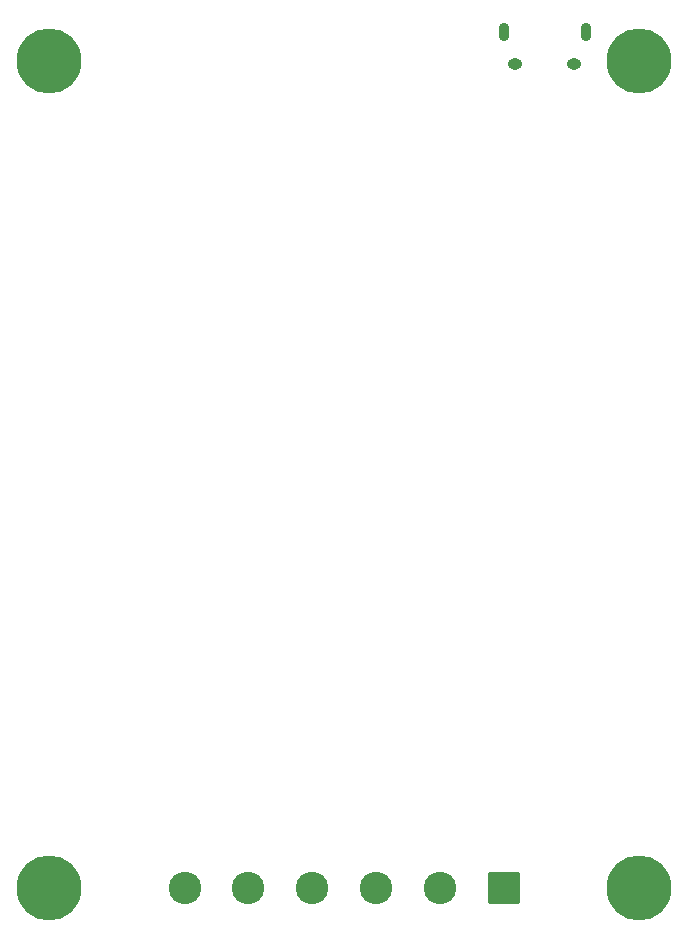
<source format=gbr>
%TF.GenerationSoftware,KiCad,Pcbnew,7.0.7-rc1*%
%TF.CreationDate,2024-03-12T16:10:36-04:00*%
%TF.ProjectId,Static,53746174-6963-42e6-9b69-6361645f7063,rev?*%
%TF.SameCoordinates,Original*%
%TF.FileFunction,Soldermask,Bot*%
%TF.FilePolarity,Negative*%
%FSLAX46Y46*%
G04 Gerber Fmt 4.6, Leading zero omitted, Abs format (unit mm)*
G04 Created by KiCad (PCBNEW 7.0.7-rc1) date 2024-03-12 16:10:36*
%MOMM*%
%LPD*%
G01*
G04 APERTURE LIST*
G04 Aperture macros list*
%AMRoundRect*
0 Rectangle with rounded corners*
0 $1 Rounding radius*
0 $2 $3 $4 $5 $6 $7 $8 $9 X,Y pos of 4 corners*
0 Add a 4 corners polygon primitive as box body*
4,1,4,$2,$3,$4,$5,$6,$7,$8,$9,$2,$3,0*
0 Add four circle primitives for the rounded corners*
1,1,$1+$1,$2,$3*
1,1,$1+$1,$4,$5*
1,1,$1+$1,$6,$7*
1,1,$1+$1,$8,$9*
0 Add four rect primitives between the rounded corners*
20,1,$1+$1,$2,$3,$4,$5,0*
20,1,$1+$1,$4,$5,$6,$7,0*
20,1,$1+$1,$6,$7,$8,$9,0*
20,1,$1+$1,$8,$9,$2,$3,0*%
G04 Aperture macros list end*
%ADD10O,0.890000X1.550000*%
%ADD11O,1.250000X0.950000*%
%ADD12RoundRect,0.250000X1.125000X1.125000X-1.125000X1.125000X-1.125000X-1.125000X1.125000X-1.125000X0*%
%ADD13C,2.750000*%
%ADD14C,5.500000*%
G04 APERTURE END LIST*
D10*
%TO.C,J2*%
X167750000Y-46000000D03*
D11*
X166750000Y-48700000D03*
X161750000Y-48700000D03*
D10*
X160750000Y-46000000D03*
%TD*%
D12*
%TO.C,J4*%
X160750000Y-118500000D03*
D13*
X155350000Y-118500000D03*
X149950000Y-118500000D03*
X144550000Y-118500000D03*
X139150000Y-118500000D03*
X133750000Y-118500000D03*
%TD*%
D14*
%TO.C,H2*%
X172250000Y-118500000D03*
%TD*%
%TO.C,H1*%
X122250000Y-118500000D03*
%TD*%
%TO.C,H3*%
X122250000Y-48500000D03*
%TD*%
%TO.C,H4*%
X172250000Y-48500000D03*
%TD*%
M02*

</source>
